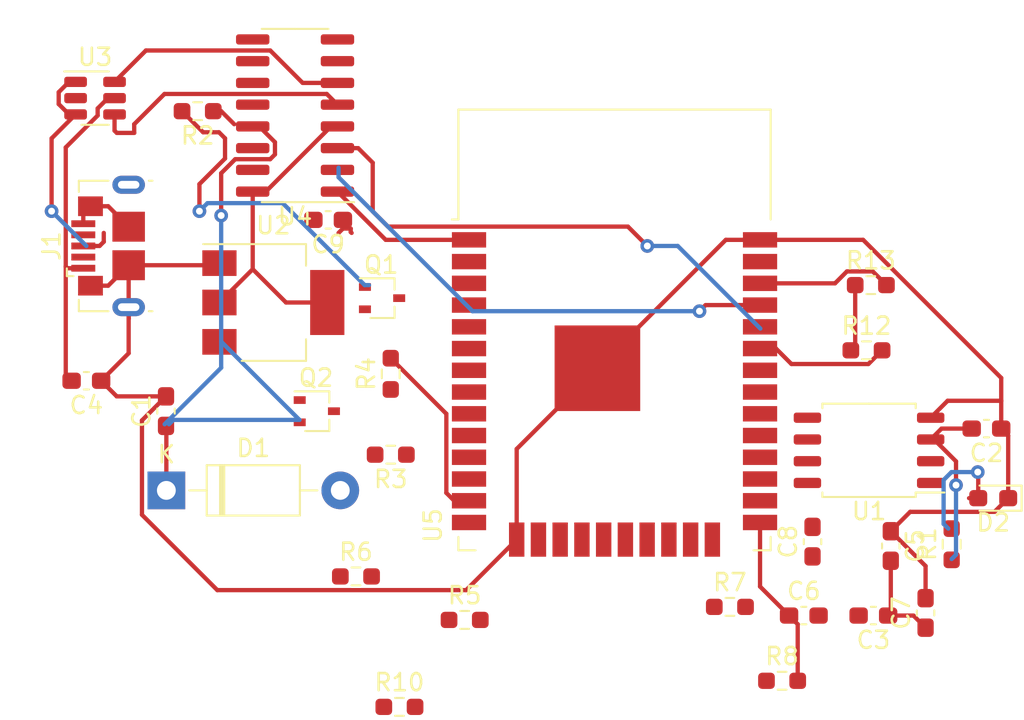
<source format=kicad_pcb>
(kicad_pcb (version 20220308) (generator pcbnew)
  (layers (0 "F.Cu" signal) (31 "B.Cu" signal) (34 "B.Paste" user) (35 "F.Paste" user) (36 "B.SilkS" user "B.Silkscreen") (37 "F.SilkS" user "F.Silkscreen") (38 "B.Mask" user) (39 "F.Mask" user) (44 "Edge.Cuts" user))
  (net 0 "")
  (net 1 "Net-(D1-K)")
  (net 2 "GND")
  (net 3 "+3V3")
  (net 4 "VBUS")
  (net 5 "IO0")
  (net 6 "EN")
  (net 7 "+5V")
  (net 8 "Net-(D2-A)")
  (net 9 "D-_OUT")
  (net 10 "D+_OUT")
  (net 12 "Net-(Q1-B)")
  (net 13 "RST")
  (net 14 "Net-(Q2-B)")
  (net 15 "DTR")
  (net 16 "Net-(J2-Pin_4)")
  (net 17 "MTMS")
  (net 18 "Net-(J2-Pin_3)")
  (net 19 "MTDI")
  (net 20 "Net-(J2-Pin_2)")
  (net 21 "MTCK")
  (net 22 "Net-(J2-Pin_1)")
  (net 23 "MTDO")
  (net 24 "Net-(SW2B-D)")
  (net 25 "Net-(SW3B-D)")
  (net 26 "Net-(R12-Pad1)")
  (net 27 "I2C_SDA1")
  (net 28 "I2C_SCL1")
  (net 29 "SPI_CS")
  (net 30 "SPI_D1")
  (net 31 "SPI_D0")
  (net 32 "SPI_CLK")
  (net 33 "D+_IN")
  (net 34 "D-_IN")
  (net 35 "TXD")
  (net 36 "RXD")
  (net 39 "/TP09")
  (net 40 "/TP10")
  (net 41 "/TP11")
  (net 42 "/TP12")
  (net 43 "RTS")
  (net 44 "/TP8")
  (net 45 "/TP15")
  (net 46 "/TP16")
  (net 47 "/IO34")
  (net 48 "/IO35")
  (net 49 "/IO32")
  (net 50 "/IO33")
  (net 51 "/IO25")
  (net 52 "/IO26")
  (net 53 "/IO27")
  (net 54 "/TP17")
  (net 55 "/TP18")
  (net 56 "/IO02")
  (net 57 "/IO04")
  (net 58 "/IO16")
  (net 59 "/IO17")
  (net 60 "/IO05")
  (net 61 "/IO18")
  (net 62 "/IO19")
  (net 64 "/IO23")
  (footprint "Resistor_SMD:R_0603_1608Metric_Pad0.98x0.95mm_HandSolder" (layer "F.Cu") (at 154.2815 51.308)
    (fp_text reference "R13" (at 0 -1.43) (layer "F.SilkS"))
    (fp_text value "10K")
    (fp_line (start -0.254724 -0.5225) (end 0.254724 -0.5225) (stroke (width 0.12)) (layer "F.SilkS"))
    (fp_line (start -0.254724 0.5225) (end 0.254724 0.5225) (stroke (width 0.12)) (layer "F.SilkS"))
    (pad "1" smd roundrect (at -0.9125 0) (size 0.975 0.95) (layers "F.Cu" "F.Paste" "F.Mask") (net 26 "Net-(R12-Pad1)"))
    (pad "2" smd roundrect (at 0.9125 0) (size 0.975 0.95) (layers "F.Cu" "F.Paste" "F.Mask") (net 28 "I2C_SCL1"))
  )
  (footprint "Capacitor_SMD:C_0603_1608Metric_Pad1.08x0.95mm_HandSolder" (layer "F.Cu") (at 108.458 56.896 180)
    (fp_text reference "C4" (at 0 -1.43) (layer "F.SilkS"))
    (fp_text value "100nF")
    (fp_line (start -0.146267 -0.51) (end 0.146267 -0.51) (stroke (width 0.12)) (layer "F.SilkS"))
    (fp_line (start -0.146267 0.51) (end 0.146267 0.51) (stroke (width 0.12)) (layer "F.SilkS"))
    (pad "1" smd roundrect (at -0.8625 0 180) (size 1.075 0.95) (layers "F.Cu" "F.Paste" "F.Mask") (net 2 "GND"))
    (pad "2" smd roundrect (at 0.8625 0 180) (size 1.075 0.95) (layers "F.Cu" "F.Paste" "F.Mask") (net 4 "VBUS"))
  )
  (footprint "Capacitor_SMD:C_0603_1608Metric_Pad1.08x0.95mm_HandSolder" (layer "F.Cu") (at 122.5815 47.498 180)
    (fp_text reference "C9" (at 0 -1.43) (layer "F.SilkS"))
    (fp_text value "1nF/50V")
    (fp_line (start -0.146267 -0.51) (end 0.146267 -0.51) (stroke (width 0.12)) (layer "F.SilkS"))
    (fp_line (start -0.146267 0.51) (end 0.146267 0.51) (stroke (width 0.12)) (layer "F.SilkS"))
    (pad "1" smd roundrect (at -0.8625 0 180) (size 1.075 0.95) (layers "F.Cu" "F.Paste" "F.Mask") (net 6 "EN"))
    (pad "2" smd roundrect (at 0.8625 0 180) (size 1.075 0.95) (layers "F.Cu" "F.Paste" "F.Mask") (net 2 "GND"))
  )
  (footprint "Capacitor_SMD:C_0603_1608Metric_Pad1.08x0.95mm_HandSolder" (layer "F.Cu") (at 154.432 70.612 180)
    (fp_text reference "C3" (at 0 -1.43) (layer "F.SilkS"))
    (fp_text value "10uF")
    (fp_line (start -0.146267 -0.51) (end 0.146267 -0.51) (stroke (width 0.12)) (layer "F.SilkS"))
    (fp_line (start -0.146267 0.51) (end 0.146267 0.51) (stroke (width 0.12)) (layer "F.SilkS"))
    (pad "1" smd roundrect (at -0.8625 0 180) (size 1.075 0.95) (layers "F.Cu" "F.Paste" "F.Mask") (net 3 "+3V3"))
    (pad "2" smd roundrect (at 0.8625 0 180) (size 1.075 0.95) (layers "F.Cu" "F.Paste" "F.Mask") (net 2 "GND"))
  )
  (footprint "RF_Module:ESP32-WROOM-32" (layer "F.Cu") (at 139.31 56.92)
    (fp_text reference "U5" (at -10.61 8.43 90) (layer "F.SilkS"))
    (fp_text value "ESP32-WROOM-32")
    (fp_line (start -9.12 -15.865) (end -9.12 -9.445) (stroke (width 0.12)) (layer "F.SilkS"))
    (fp_line (start -9.12 -15.865) (end 9.12 -15.865) (stroke (width 0.12)) (layer "F.SilkS"))
    (fp_line (start -9.12 -9.445) (end -9.5 -9.445) (stroke (width 0.12)) (layer "F.SilkS"))
    (fp_line (start -9.12 9.1) (end -9.12 9.88) (stroke (width 0.12)) (layer "F.SilkS"))
    (fp_line (start -9.12 9.88) (end -8.12 9.88) (stroke (width 0.12)) (layer "F.SilkS"))
    (fp_line (start 9.12 -15.865) (end 9.12 -9.445) (stroke (width 0.12)) (layer "F.SilkS"))
    (fp_line (start 9.12 9.1) (end 9.12 9.88) (stroke (width 0.12)) (layer "F.SilkS"))
    (fp_line (start 9.12 9.88) (end 8.12 9.88) (stroke (width 0.12)) (layer "F.SilkS"))
    (pad "1" smd rect (at -8.5 -8.255) (size 2 0.9) (layers "F.Cu" "F.Paste" "F.Mask") (net 2 "GND"))
    (pad "2" smd rect (at -8.5 -6.985) (size 2 0.9) (layers "F.Cu" "F.Paste" "F.Mask") (net 3 "+3V3"))
    (pad "3" smd rect (at -8.5 -5.715) (size 2 0.9) (layers "F.Cu" "F.Paste" "F.Mask") (net 6 "EN"))
    (pad "4" smd rect (at -8.5 -4.445) (size 2 0.9) (layers "F.Cu" "F.Paste" "F.Mask") (net 45 "/TP15"))
    (pad "5" smd rect (at -8.5 -3.175) (size 2 0.9) (layers "F.Cu" "F.Paste" "F.Mask") (net 46 "/TP16"))
    (pad "6" smd rect (at -8.5 -1.905) (size 2 0.9) (layers "F.Cu" "F.Paste" "F.Mask") (net 47 "/IO34"))
    (pad "7" smd rect (at -8.5 -0.635) (size 2 0.9) (layers "F.Cu" "F.Paste" "F.Mask") (net 48 "/IO35"))
    (pad "8" smd rect (at -8.5 0.635) (size 2 0.9) (layers "F.Cu" "F.Paste" "F.Mask") (net 49 "/IO32"))
    (pad "9" smd rect (at -8.5 1.905) (size 2 0.9) (layers "F.Cu" "F.Paste" "F.Mask") (net 50 "/IO33"))
    (pad "10" smd rect (at -8.5 3.175) (size 2 0.9) (layers "F.Cu" "F.Paste" "F.Mask") (net 51 "/IO25"))
    (pad "11" smd rect (at -8.5 4.445) (size 2 0.9) (layers "F.Cu" "F.Paste" "F.Mask") (net 52 "/IO26"))
    (pad "12" smd rect (at -8.5 5.715) (size 2 0.9) (layers "F.Cu" "F.Paste" "F.Mask") (net 53 "/IO27"))
    (pad "13" smd rect (at -8.5 6.985) (size 2 0.9) (layers "F.Cu" "F.Paste" "F.Mask") (net 17 "MTMS"))
    (pad "14" smd rect (at -8.5 8.255) (size 2 0.9) (layers "F.Cu" "F.Paste" "F.Mask") (net 19 "MTDI"))
    (pad "15" smd rect (at -5.715 9.255 90) (size 2 0.9) (layers "F.Cu" "F.Paste" "F.Mask") (net 2 "GND"))
    (pad "16" smd rect (at -4.445 9.255 90) (size 2 0.9) (layers "F.Cu" "F.Paste" "F.Mask") (net 21 "MTCK"))
    (pad "17" smd rect (at -3.175 9.255 90) (size 2 0.9) (layers "F.Cu" "F.Paste" "F.Mask") (net 54 "/TP17"))
    (pad "18" smd rect (at -1.905 9.255 90) (size 2 0.9) (layers "F.Cu" "F.Paste" "F.Mask") (net 55 "/TP18"))
    (pad "19" smd rect (at -0.635 9.255 90) (size 2 0.9) (layers "F.Cu" "F.Paste" "F.Mask") (net 29 "SPI_CS"))
    (pad "20" smd rect (at 0.635 9.255 90) (size 2 0.9) (layers "F.Cu" "F.Paste" "F.Mask") (net 32 "SPI_CLK"))
    (pad "21" smd rect (at 1.905 9.255 90) (size 2 0.9) (layers "F.Cu" "F.Paste" "F.Mask") (net 31 "SPI_D0"))
    (pad "22" smd rect (at 3.175 9.255 90) (size 2 0.9) (layers "F.Cu" "F.Paste" "F.Mask") (net 30 "SPI_D1"))
    (pad "23" smd rect (at 4.445 9.255 90) (size 2 0.9) (layers "F.Cu" "F.Paste" "F.Mask") (net 23 "MTDO"))
    (pad "24" smd rect (at 5.715 9.255 90) (size 2 0.9) (layers "F.Cu" "F.Paste" "F.Mask") (net 56 "/IO02"))
    (pad "25" smd rect (at 8.5 8.255) (size 2 0.9) (layers "F.Cu" "F.Paste" "F.Mask") (net 5 "IO0"))
    (pad "26" smd rect (at 8.5 6.985) (size 2 0.9) (layers "F.Cu" "F.Paste" "F.Mask") (net 57 "/IO04"))
    (pad "27" smd rect (at 8.5 5.715) (size 2 0.9) (layers "F.Cu" "F.Paste" "F.Mask") (net 58 "/IO16"))
    (pad "28" smd rect (at 8.5 4.445) (size 2 0.9) (layers "F.Cu" "F.Paste" "F.Mask") (net 59 "/IO17"))
    (pad "29" smd rect (at 8.5 3.175) (size 2 0.9) (layers "F.Cu" "F.Paste" "F.Mask") (net 60 "/IO05"))
    (pad "30" smd rect (at 8.5 1.905) (size 2 0.9) (layers "F.Cu" "F.Paste" "F.Mask") (net 61 "/IO18"))
    (pad "31" smd rect (at 8.5 0.635) (size 2 0.9) (layers "F.Cu" "F.Paste" "F.Mask") (net 62 "/IO19"))
    (pad "32" smd rect (at 8.5 -0.635) (size 2 0.9) (layers "F.Cu" "F.Paste" "F.Mask"))
    (pad "33" smd rect (at 8.5 -1.905) (size 2 0.9) (layers "F.Cu" "F.Paste" "F.Mask") (net 27 "I2C_SDA1"))
    (pad "34" smd rect (at 8.5 -3.175) (size 2 0.9) (layers "F.Cu" "F.Paste" "F.Mask") (net 36 "RXD"))
    (pad "35" smd rect (at 8.5 -4.445) (size 2 0.9) (layers "F.Cu" "F.Paste" "F.Mask") (net 35 "TXD"))
    (pad "36" smd rect (at 8.5 -5.715) (size 2 0.9) (layers "F.Cu" "F.Paste" "F.Mask") (net 28 "I2C_SCL1"))
    (pad "37" smd rect (at 8.5 -6.985) (size 2 0.9) (layers "F.Cu" "F.Paste" "F.Mask") (net 64 "/IO23"))
    (pad "38" smd rect (at 8.5 -8.255) (size 2 0.9) (layers "F.Cu" "F.Paste" "F.Mask") (net 2 "GND"))
    (pad "39" smd rect (at -1 -0.755) (size 5 5) (layers "F.Cu" "F.Paste" "F.Mask") (net 2 "GND"))
  )
  (footprint "Connector_USB:USB_Micro-B_GCT_USB3076-30-A" (layer "F.Cu") (at 109.728 49.022 90)
    (fp_text reference "J1" (at 0 -3.3 90) (layer "F.SilkS"))
    (fp_text value "USB_B_Micro")
    (fp_line (start -3.81 -1.71) (end -3.15 -1.71) (stroke (width 0.12)) (layer "F.SilkS"))
    (fp_line (start -3.81 0.02) (end -3.81 -1.71) (stroke (width 0.12)) (layer "F.SilkS"))
    (fp_line (start -3.81 2.59) (end -3.81 2.38) (stroke (width 0.12)) (layer "F.SilkS"))
    (fp_line (start -1.76 -2.41) (end -1.76 -2.02) (stroke (width 0.12)) (layer "F.SilkS"))
    (fp_line (start -1.76 -2.41) (end -1.31 -2.41) (stroke (width 0.12)) (layer "F.SilkS"))
    (fp_line (start 3.81 -1.71) (end 3.16 -1.71) (stroke (width 0.12)) (layer "F.SilkS"))
    (fp_line (start 3.81 0.02) (end 3.81 -1.71) (stroke (width 0.12)) (layer "F.SilkS"))
    (fp_line (start 3.81 2.59) (end 3.81 2.38) (stroke (width 0.12)) (layer "F.SilkS"))
    (pad "1" smd rect (at -1.3 -1.45 90) (size 0.4 1.4) (layers "F.Cu" "F.Paste" "F.Mask") (net 4 "VBUS"))
    (pad "2" smd rect (at -0.65 -1.45 90) (size 0.4 1.4) (layers "F.Cu" "F.Paste" "F.Mask") (net 9 "D-_OUT"))
    (pad "3" smd rect (at 0 -1.45 90) (size 0.4 1.4) (layers "F.Cu" "F.Paste" "F.Mask") (net 10 "D+_OUT"))
    (pad "4" smd rect (at 0.65 -1.45 90) (size 0.4 1.4) (layers "F.Cu" "F.Paste" "F.Mask"))
    (pad "5" smd rect (at 1.3 -1.45 90) (size 0.4 1.4) (layers "F.Cu" "F.Paste" "F.Mask") (net 2 "GND"))
    (pad "6" thru_hole oval (at -3.575 1.2 270) (size 1.05 1.9) (drill oval 0.45 1.25) (layers *.Cu *.Mask) (net 2 "GND"))
    (pad "6" smd rect (at -2.32 -1.03 90) (size 1.15 1.45) (layers "F.Cu" "F.Paste" "F.Mask") (net 2 "GND"))
    (pad "6" smd rect (at -1.125 1.2 90) (size 1.75 1.9) (layers "F.Cu" "F.Paste" "F.Mask") (net 2 "GND"))
    (pad "6" smd rect (at 1.125 1.2 90) (size 1.75 1.9) (layers "F.Cu" "F.Paste" "F.Mask") (net 2 "GND"))
    (pad "6" smd rect (at 2.32 -1.03 90) (size 1.15 1.45) (layers "F.Cu" "F.Paste" "F.Mask") (net 2 "GND"))
    (pad "6" thru_hole oval (at 3.575 1.2 90) (size 1.05 1.9) (drill oval 0.45 1.25) (layers *.Cu *.Mask) (net 2 "GND"))
  )
  (footprint "Resistor_SMD:R_0603_1608Metric_Pad0.98x0.95mm_HandSolder" (layer "F.Cu") (at 149.098 74.422)
    (fp_text reference "R8" (at 0 -1.43) (layer "F.SilkS"))
    (fp_text value "220")
    (fp_line (start -0.254724 -0.5225) (end 0.254724 -0.5225) (stroke (width 0.12)) (layer "F.SilkS"))
    (fp_line (start -0.254724 0.5225) (end 0.254724 0.5225) (stroke (width 0.12)) (layer "F.SilkS"))
    (pad "1" smd roundrect (at -0.9125 0) (size 0.975 0.95) (layers "F.Cu" "F.Paste" "F.Mask") (net 24 "Net-(SW2B-D)"))
    (pad "2" smd roundrect (at 0.9125 0) (size 0.975 0.95) (layers "F.Cu" "F.Paste" "F.Mask") (net 5 "IO0"))
  )
  (footprint "Resistor_SMD:R_0603_1608Metric_Pad0.98x0.95mm_HandSolder" (layer "F.Cu") (at 124.206 68.326)
    (fp_text reference "R6" (at 0 -1.43) (layer "F.SilkS"))
    (fp_text value "100")
    (fp_line (start -0.254724 -0.5225) (end 0.254724 -0.5225) (stroke (width 0.12)) (layer "F.SilkS"))
    (fp_line (start -0.254724 0.5225) (end 0.254724 0.5225) (stroke (width 0.12)) (layer "F.SilkS"))
    (pad "1" smd roundrect (at -0.9125 0) (size 0.975 0.95) (layers "F.Cu" "F.Paste" "F.Mask") (net 20 "Net-(J2-Pin_2)"))
    (pad "2" smd roundrect (at 0.9125 0) (size 0.975 0.95) (layers "F.Cu" "F.Paste" "F.Mask") (net 21 "MTCK"))
  )
  (footprint "Resistor_SMD:R_0603_1608Metric_Pad0.98x0.95mm_HandSolder" (layer "F.Cu") (at 130.556 70.866)
    (fp_text reference "R5" (at 0 -1.43) (layer "F.SilkS"))
    (fp_text value "100")
    (fp_line (start -0.254724 -0.5225) (end 0.254724 -0.5225) (stroke (width 0.12)) (layer "F.SilkS"))
    (fp_line (start -0.254724 0.5225) (end 0.254724 0.5225) (stroke (width 0.12)) (layer "F.SilkS"))
    (pad "1" smd roundrect (at -0.9125 0) (size 0.975 0.95) (layers "F.Cu" "F.Paste" "F.Mask") (net 18 "Net-(J2-Pin_3)"))
    (pad "2" smd roundrect (at 0.9125 0) (size 0.975 0.95) (layers "F.Cu" "F.Paste" "F.Mask") (net 19 "MTDI"))
  )
  (footprint "Package_SO:SOIC-8_5.23x5.23mm_P1.27mm" (layer "F.Cu") (at 154.178 60.96 180)
    (fp_text reference "U1" (at 0 -3.56) (layer "F.SilkS"))
    (fp_text value "W25Q128JVS")
    (fp_line (start -2.725 -2.725) (end -2.725 -2.465) (stroke (width 0.12)) (layer "F.SilkS"))
    (fp_line (start -2.725 -2.465) (end -4.4 -2.465) (stroke (width 0.12)) (layer "F.SilkS"))
    (fp_line (start -2.725 2.725) (end -2.725 2.465) (stroke (width 0.12)) (layer "F.SilkS"))
    (fp_line (start 0 -2.725) (end -2.725 -2.725) (stroke (width 0.12)) (layer "F.SilkS"))
    (fp_line (start 0 -2.725) (end 2.725 -2.725) (stroke (width 0.12)) (layer "F.SilkS"))
    (fp_line (start 0 2.725) (end -2.725 2.725) (stroke (width 0.12)) (layer "F.SilkS"))
    (fp_line (start 0 2.725) (end 2.725 2.725) (stroke (width 0.12)) (layer "F.SilkS"))
    (fp_line (start 2.725 -2.725) (end 2.725 -2.465) (stroke (width 0.12)) (layer "F.SilkS"))
    (fp_line (start 2.725 2.725) (end 2.725 2.465) (stroke (width 0.12)) (layer "F.SilkS"))
    (pad "1" smd roundrect (at -3.6 -1.905 180) (size 1.6 0.6) (layers "F.Cu" "F.Paste" "F.Mask") (net 29 "SPI_CS"))
    (pad "2" smd roundrect (at -3.6 -0.635 180) (size 1.6 0.6) (layers "F.Cu" "F.Paste" "F.Mask") (net 30 "SPI_D1"))
    (pad "3" smd roundrect (at -3.6 0.635 180) (size 1.6 0.6) (layers "F.Cu" "F.Paste" "F.Mask") (net 3 "+3V3"))
    (pad "4" smd roundrect (at -3.6 1.905 180) (size 1.6 0.6) (layers "F.Cu" "F.Paste" "F.Mask") (net 2 "GND"))
    (pad "5" smd roundrect (at 3.6 1.905 180) (size 1.6 0.6) (layers "F.Cu" "F.Paste" "F.Mask") (net 31 "SPI_D0"))
    (pad "6" smd roundrect (at 3.6 0.635 180) (size 1.6 0.6) (layers "F.Cu" "F.Paste" "F.Mask") (net 32 "SPI_CLK"))
    (pad "7" smd roundrect (at 3.6 -0.635 180) (size 1.6 0.6) (layers "F.Cu" "F.Paste" "F.Mask") (net 3 "+3V3"))
    (pad "8" smd roundrect (at 3.6 -1.905 180) (size 1.6 0.6) (layers "F.Cu" "F.Paste" "F.Mask") (net 3 "+3V3"))
  )
  (footprint "Package_TO_SOT_SMD:SOT-23-6" (layer "F.Cu") (at 108.966 40.386)
    (fp_text reference "U3" (at 0 -2.4) (layer "F.SilkS"))
    (fp_text value "USBLC6-2SC6")
    (fp_line (start 0 -1.56) (end -1.8 -1.56) (stroke (width 0.12)) (layer "F.SilkS"))
    (fp_line (start 0 -1.56) (end 0.8 -1.56) (stroke (width 0.12)) (layer "F.SilkS"))
    (fp_line (start 0 1.56) (end -0.8 1.56) (stroke (width 0.12)) (layer "F.SilkS"))
    (fp_line (start 0 1.56) (end 0.8 1.56) (stroke (width 0.12)) (layer "F.SilkS"))
    (pad "1" smd roundrect (at -1.1375 -0.95) (size 1.325 0.6) (layers "F.Cu" "F.Paste" "F.Mask") (net 10 "D+_OUT"))
    (pad "2" smd roundrect (at -1.1375 0) (size 1.325 0.6) (layers "F.Cu" "F.Paste" "F.Mask") (net 2 "GND"))
    (pad "3" smd roundrect (at -1.1375 0.95) (size 1.325 0.6) (layers "F.Cu" "F.Paste" "F.Mask") (net 10 "D+_OUT"))
    (pad "4" smd roundrect (at 1.1375 0.95) (size 1.325 0.6) (layers "F.Cu" "F.Paste" "F.Mask") (net 33 "D+_IN"))
    (pad "5" smd roundrect (at 1.1375 0) (size 1.325 0.6) (layers "F.Cu" "F.Paste" "F.Mask") (net 4 "VBUS"))
    (pad "6" smd roundrect (at 1.1375 -0.95) (size 1.325 0.6) (layers "F.Cu" "F.Paste" "F.Mask") (net 34 "D-_IN"))
  )
  (footprint "LED_SMD:LED_0603_1608Metric_Pad1.05x0.95mm_HandSolder" (layer "F.Cu") (at 161.431 63.754 180)
    (fp_text reference "D2" (at 0 -1.43) (layer "F.SilkS"))
    (fp_text value "LED")
    (fp_line (start -1.66 -0.735) (end -1.66 0.735) (stroke (width 0.12)) (layer "F.SilkS"))
    (fp_line (start -1.66 0.735) (end 0.8 0.735) (stroke (width 0.12)) (layer "F.SilkS"))
    (fp_line (start 0.8 -0.735) (end -1.66 -0.735) (stroke (width 0.12)) (layer "F.SilkS"))
    (pad "1" smd roundrect (at -0.875 0 180) (size 1.05 0.95) (layers "F.Cu" "F.Paste" "F.Mask") (net 2 "GND"))
    (pad "2" smd roundrect (at 0.875 0 180) (size 1.05 0.95) (layers "F.Cu" "F.Paste" "F.Mask") (net 8 "Net-(D2-A)"))
  )
  (footprint "Capacitor_SMD:C_0603_1608Metric_Pad1.08x0.95mm_HandSolder" (layer "F.Cu") (at 150.876 66.294 90)
    (fp_text reference "C8" (at 0 -1.43 90) (layer "F.SilkS"))
    (fp_text value "100UF")
    (fp_line (start -0.146267 -0.51) (end 0.146267 -0.51) (stroke (width 0.12)) (layer "F.SilkS"))
    (fp_line (start -0.146267 0.51) (end 0.146267 0.51) (stroke (width 0.12)) (layer "F.SilkS"))
    (pad "1" smd roundrect (at -0.8625 0 90) (size 1.075 0.95) (layers "F.Cu" "F.Paste" "F.Mask") (net 3 "+3V3"))
    (pad "2" smd roundrect (at 0.8625 0 90) (size 1.075 0.95) (layers "F.Cu" "F.Paste" "F.Mask") (net 2 "GND"))
  )
  (footprint "Package_TO_SOT_SMD:SOT-223-3_TabPin2" (layer "F.Cu") (at 119.38 52.324)
    (fp_text reference "U2" (at 0 -4.5) (layer "F.SilkS"))
    (fp_text value "AMS1117-3.3")
    (fp_line (start -4.1 -3.41) (end 1.91 -3.41) (stroke (width 0.12)) (layer "F.SilkS"))
    (fp_line (start -1.85 3.41) (end 1.91 3.41) (stroke (width 0.12)) (layer "F.SilkS"))
    (fp_line (start 1.91 -3.41) (end 1.91 -2.15) (stroke (width 0.12)) (layer "F.SilkS"))
    (fp_line (start 1.91 3.41) (end 1.91 2.15) (stroke (width 0.12)) (layer "F.SilkS"))
    (pad "1" smd rect (at -3.15 -2.3) (size 2 1.5) (layers "F.Cu" "F.Paste" "F.Mask") (net 2 "GND"))
    (pad "2" smd rect (at -3.15 0) (size 2 1.5) (layers "F.Cu" "F.Paste" "F.Mask") (net 3 "+3V3"))
    (pad "2" smd rect (at 3.15 0) (size 2 3.8) (layers "F.Cu" "F.Paste" "F.Mask") (net 3 "+3V3"))
    (pad "3" smd rect (at -3.15 2.3) (size 2 1.5) (layers "F.Cu" "F.Paste" "F.Mask") (net 1 "Net-(D1-K)"))
  )
  (footprint "Capacitor_SMD:C_0603_1608Metric_Pad1.08x0.95mm_HandSolder" (layer "F.Cu") (at 155.448 66.548 -90)
    (fp_text reference "C5" (at 0 -1.43 90) (layer "F.SilkS"))
    (fp_text value "0.1uF")
    (fp_line (start -0.146267 -0.51) (end 0.146267 -0.51) (stroke (width 0.12)) (layer "F.SilkS"))
    (fp_line (start -0.146267 0.51) (end 0.146267 0.51) (stroke (width 0.12)) (layer "F.SilkS"))
    (pad "1" smd roundrect (at -0.8625 0 270) (size 1.075 0.95) (layers "F.Cu" "F.Paste" "F.Mask") (net 2 "GND"))
    (pad "2" smd roundrect (at 0.8625 0 270) (size 1.075 0.95) (layers "F.Cu" "F.Paste" "F.Mask") (net 3 "+3V3"))
  )
  (footprint "Package_TO_SOT_SMD:SOT-323_SC-70" (layer "F.Cu") (at 125.73 52.07)
    (fp_text reference "Q1" (at -0.05 -1.95) (layer "F.SilkS"))
    (fp_text value "2SC4213")
    (fp_line (start -0.68 1.16) (end 0.73 1.16) (stroke (width 0.12)) (layer "F.SilkS"))
    (fp_line (start 0.73 -1.16) (end -1.3 -1.16) (stroke (width 0.12)) (layer "F.SilkS"))
    (fp_line (start 0.73 -1.16) (end 0.73 -0.5) (stroke (width 0.12)) (layer "F.SilkS"))
    (fp_line (start 0.73 0.5) (end 0.73 1.16) (stroke (width 0.12)) (layer "F.SilkS"))
    (pad "1" smd rect (at -1 -0.65 270) (size 0.45 0.7) (layers "F.Cu" "F.Paste" "F.Mask") (net 12 "Net-(Q1-B)"))
    (pad "2" smd rect (at -1 0.65 270) (size 0.45 0.7) (layers "F.Cu" "F.Paste" "F.Mask") (net 13 "RST"))
    (pad "3" smd rect (at 1 0 270) (size 0.45 0.7) (layers "F.Cu" "F.Paste" "F.Mask") (net 6 "EN"))
  )
  (footprint "Resistor_SMD:R_0603_1608Metric_Pad0.98x0.95mm_HandSolder" (layer "F.Cu") (at 126.746 75.946)
    (fp_text reference "R10" (at 0 -1.43) (layer "F.SilkS"))
    (fp_text value "220")
    (fp_line (start -0.254724 -0.5225) (end 0.254724 -0.5225) (stroke (width 0.12)) (layer "F.SilkS"))
    (fp_line (start -0.254724 0.5225) (end 0.254724 0.5225) (stroke (width 0.12)) (layer "F.SilkS"))
    (pad "1" smd roundrect (at -0.9125 0) (size 0.975 0.95) (layers "F.Cu" "F.Paste" "F.Mask") (net 25 "Net-(SW3B-D)"))
    (pad "2" smd roundrect (at 0.9125 0) (size 0.975 0.95) (layers "F.Cu" "F.Paste" "F.Mask") (net 6 "EN"))
  )
  (footprint "Package_TO_SOT_SMD:SOT-323_SC-70" (layer "F.Cu") (at 121.92 58.674)
    (fp_text reference "Q2" (at -0.05 -1.95) (layer "F.SilkS"))
    (fp_text value "2SC4213")
    (fp_line (start -0.68 1.16) (end 0.73 1.16) (stroke (width 0.12)) (layer "F.SilkS"))
    (fp_line (start 0.73 -1.16) (end -1.3 -1.16) (stroke (width 0.12)) (layer "F.SilkS"))
    (fp_line (start 0.73 -1.16) (end 0.73 -0.5) (stroke (width 0.12)) (layer "F.SilkS"))
    (fp_line (start 0.73 0.5) (end 0.73 1.16) (stroke (width 0.12)) (layer "F.SilkS"))
    (pad "1" smd rect (at -1 -0.65 270) (size 0.45 0.7) (layers "F.Cu" "F.Paste" "F.Mask") (net 14 "Net-(Q2-B)"))
    (pad "2" smd rect (at -1 0.65 270) (size 0.45 0.7) (layers "F.Cu" "F.Paste" "F.Mask") (net 15 "DTR"))
    (pad "3" smd rect (at 1 0 270) (size 0.45 0.7) (layers "F.Cu" "F.Paste" "F.Mask") (net 5 "IO0"))
  )
  (footprint "Capacitor_SMD:C_0603_1608Metric_Pad1.08x0.95mm_HandSolder" (layer "F.Cu") (at 157.48 70.4585 90)
    (fp_text reference "C7" (at 0 -1.43 90) (layer "F.SilkS"))
    (fp_text value "1UF")
    (fp_line (start -0.146267 -0.51) (end 0.146267 -0.51) (stroke (width 0.12)) (layer "F.SilkS"))
    (fp_line (start -0.146267 0.51) (end 0.146267 0.51) (stroke (width 0.12)) (layer "F.SilkS"))
    (pad "1" smd roundrect (at -0.8625 0 90) (size 1.075 0.95) (layers "F.Cu" "F.Paste" "F.Mask") (net 3 "+3V3"))
    (pad "2" smd roundrect (at 0.8625 0 90) (size 1.075 0.95) (layers "F.Cu" "F.Paste" "F.Mask") (net 2 "GND"))
  )
  (footprint "Resistor_SMD:R_0603_1608Metric_Pad0.98x0.95mm_HandSolder" (layer "F.Cu") (at 126.238 61.214 180)
    (fp_text reference "R3" (at 0 -1.43) (layer "F.SilkS"))
    (fp_text value "12K")
    (fp_line (start -0.254724 -0.5225) (end 0.254724 -0.5225) (stroke (width 0.12)) (layer "F.SilkS"))
    (fp_line (start -0.254724 0.5225) (end 0.254724 0.5225) (stroke (width 0.12)) (layer "F.SilkS"))
    (pad "1" smd roundrect (at -0.9125 0 180) (size 0.975 0.95) (layers "F.Cu" "F.Paste" "F.Mask") (net 13 "RST"))
    (pad "2" smd roundrect (at 0.9125 0 180) (size 0.975 0.95) (layers "F.Cu" "F.Paste" "F.Mask") (net 14 "Net-(Q2-B)"))
  )
  (footprint "Resistor_SMD:R_0603_1608Metric_Pad0.98x0.95mm_HandSolder" (layer "F.Cu") (at 154.0275 55.118)
    (fp_text reference "R12" (at 0 -1.43) (layer "F.SilkS"))
    (fp_text value "10K")
    (fp_line (start -0.254724 -0.5225) (end 0.254724 -0.5225) (stroke (width 0.12)) (layer "F.SilkS"))
    (fp_line (start -0.254724 0.5225) (end 0.254724 0.5225) (stroke (width 0.12)) (layer "F.SilkS"))
    (pad "1" smd roundrect (at -0.9125 0) (size 0.975 0.95) (layers "F.Cu" "F.Paste" "F.Mask") (net 26 "Net-(R12-Pad1)"))
    (pad "2" smd roundrect (at 0.9125 0) (size 0.975 0.95) (layers "F.Cu" "F.Paste" "F.Mask") (net 27 "I2C_SDA1"))
  )
  (footprint "Capacitor_SMD:C_0603_1608Metric_Pad1.08x0.95mm_HandSolder" (layer "F.Cu") (at 113.11 58.67 90)
    (fp_text reference "C1" (at 0 -1.43 90) (layer "F.SilkS"))
    (fp_text value "10uF ")
    (fp_line (start -0.146267 -0.51) (end 0.146267 -0.51) (stroke (width 0.12)) (layer "F.SilkS"))
    (fp_line (start -0.146267 0.51) (end 0.146267 0.51) (stroke (width 0.12)) (layer "F.SilkS"))
    (pad "1" smd roundrect (at -0.8625 0 90) (size 1.075 0.95) (layers "F.Cu" "F.Paste" "F.Mask") (net 1 "Net-(D1-K)"))
    (pad "2" smd roundrect (at 0.8625 0 90) (size 1.075 0.95) (layers "F.Cu" "F.Paste" "F.Mask") (net 2 "GND"))
  )
  (footprint "Capacitor_SMD:C_0603_1608Metric_Pad1.08x0.95mm_HandSolder" (layer "F.Cu") (at 161.036 59.69 180)
    (fp_text reference "C2" (at 0 -1.43) (layer "F.SilkS"))
    (fp_text value "0.1uF")
    (fp_line (start -0.146267 -0.51) (end 0.146267 -0.51) (stroke (width 0.12)) (layer "F.SilkS"))
    (fp_line (start -0.146267 0.51) (end 0.146267 0.51) (stroke (width 0.12)) (layer "F.SilkS"))
    (pad "1" smd roundrect (at -0.8625 0 180) (size 1.075 0.95) (layers "F.Cu" "F.Paste" "F.Mask") (net 2 "GND"))
    (pad "2" smd roundrect (at 0.8625 0 180) (size 1.075 0.95) (layers "F.Cu" "F.Paste" "F.Mask") (net 3 "+3V3"))
  )
  (footprint "Resistor_SMD:R_0603_1608Metric_Pad0.98x0.95mm_HandSolder" (layer "F.Cu") (at 146.05 70.104)
    (fp_text reference "R7" (at 0 -1.43) (layer "F.SilkS"))
    (fp_text value "100")
    (fp_line (start -0.254724 -0.5225) (end 0.254724 -0.5225) (stroke (width 0.12)) (layer "F.SilkS"))
    (fp_line (start -0.254724 0.5225) (end 0.254724 0.5225) (stroke (width 0.12)) (layer "F.SilkS"))
    (pad "1" smd roundrect (at -0.9125 0) (size 0.975 0.95) (layers "F.Cu" "F.Paste" "F.Mask") (net 22 "Net-(J2-Pin_1)"))
    (pad "2" smd roundrect (at 0.9125 0) (size 0.975 0.95) (layers "F.Cu" "F.Paste" "F.Mask") (net 23 "MTDO"))
  )
  (footprint "Package_SO:SOIC-16_3.9x9.9mm_P1.27mm" (layer "F.Cu") (at 120.65 41.402 180)
    (fp_text reference "U4" (at 0 -5.9) (layer "F.SilkS"))
    (fp_text value "CH340G")
    (fp_line (start 0 -5.06) (end -3.45 -5.06) (stroke (width 0.12)) (layer "F.SilkS"))
    (fp_line (start 0 -5.06) (end 1.95 -5.06) (stroke (width 0.12)) (layer "F.SilkS"))
    (fp_line (start 0 5.06) (end -1.95 5.06) (stroke (width 0.12)) (layer "F.SilkS"))
    (fp_line (start 0 5.06) (end 1.95 5.06) (stroke (width 0.12)) (layer "F.SilkS"))
    (pad "1" smd roundrect (at -2.475 -4.445 180) (size 1.95 0.6) (layers "F.Cu" "F.Paste" "F.Mask") (net 2 "GND"))
    (pad "2" smd roundrect (at -2.475 -3.175 180) (size 1.95 0.6) (layers "F.Cu" "F.Paste" "F.Mask") (net 35 "TXD"))
    (pad "3" smd roundrect (at -2.475 -1.905 180) (size 1.95 0.6) (layers "F.Cu" "F.Paste" "F.Mask") (net 36 "RXD"))
    (pad "4" smd roundrect (at -2.475 -0.635 180) (size 1.95 0.6) (layers "F.Cu" "F.Paste" "F.Mask") (net 3 "+3V3"))
    (pad "5" smd roundrect (at -2.475 0.635 180) (size 1.95 0.6) (layers "F.Cu" "F.Paste" "F.Mask") (net 33 "D+_IN"))
    (pad "6" smd roundrect (at -2.475 1.905 180) (size 1.95 0.6) (layers "F.Cu" "F.Paste" "F.Mask") (net 34 "D-_IN"))
    (pad "7" smd roundrect (at -2.475 3.175 180) (size 1.95 0.6) (layers "F.Cu" "F.Paste" "F.Mask"))
    (pad "8" smd roundrect (at -2.475 4.445 180) (size 1.95 0.6) (layers "F.Cu" "F.Paste" "F.Mask"))
    (pad "9" smd roundrect (at 2.475 4.445 180) (size 1.95 0.6) (layers "F.Cu" "F.Paste" "F.Mask") (net 39 "/TP09"))
    (pad "10" smd roundrect (at 2.475 3.175 180) (size 1.95 0.6) (layers "F.Cu" "F.Paste" "F.Mask") (net 40 "/TP10"))
    (pad "11" smd roundrect (at 2.475 1.905 180) (size 1.95 0.6) (layers "F.Cu" "F.Paste" "F.Mask") (net 41 "/TP11"))
    (pad "12" smd roundrect (at 2.475 0.635 180) (size 1.95 0.6) (layers "F.Cu" "F.Paste" "F.Mask") (net 42 "/TP12"))
    (pad "13" smd roundrect (at 2.475 -0.635 180) (size 1.95 0.6) (layers "F.Cu" "F.Paste" "F.Mask") (net 15 "DTR"))
    (pad "14" smd roundrect (at 2.475 -1.905 180) (size 1.95 0.6) (layers "F.Cu" "F.Paste" "F.Mask") (net 43 "RTS"))
    (pad "15" smd roundrect (at 2.475 -3.175 180) (size 1.95 0.6) (layers "F.Cu" "F.Paste" "F.Mask") (net 44 "/TP8"))
    (pad "16" smd roundrect (at 2.475 -4.445 180) (size 1.95 0.6) (layers "F.Cu" "F.Paste" "F.Mask") (net 3 "+3V3"))
  )
  (footprint "Resistor_SMD:R_0603_1608Metric_Pad0.98x0.95mm_HandSolder" (layer "F.Cu") (at 114.9585 41.148 180)
    (fp_text reference "R2" (at 0 -1.43) (layer "F.SilkS"))
    (fp_text value "12K")
    (fp_line (start -0.254724 -0.5225) (end 0.254724 -0.5225) (stroke (width 0.12)) (layer "F.SilkS"))
    (fp_line (start -0.254724 0.5225) (end 0.254724 0.5225) (stroke (width 0.12)) (layer "F.SilkS"))
    (pad "1" smd roundrect (at -0.9125 0 180) (size 0.975 0.95) (layers "F.Cu" "F.Paste" "F.Mask") (net 15 "DTR"))
    (pad "2" smd roundrect (at 0.9125 0 180) (size 0.975 0.95) (layers "F.Cu" "F.Paste" "F.Mask") (net 12 "Net-(Q1-B)"))
  )
  (footprint "Resistor_SMD:R_0603_1608Metric_Pad0.98x0.95mm_HandSolder" (layer "F.Cu") (at 159.004 66.4445 90)
    (fp_text reference "R1" (at 0 -1.43 90) (layer "F.SilkS"))
    (fp_text value "10K")
    (fp_line (start -0.254724 -0.5225) (end 0.254724 -0.5225) (stroke (width 0.12)) (layer "F.SilkS"))
    (fp_line (start -0.254724 0.5225) (end 0.254724 0.5225) (stroke (width 0.12)) (layer "F.SilkS"))
    (pad "1" smd roundrect (at -0.9125 0 90) (size 0.975 0.95) (layers "F.Cu" "F.Paste" "F.Mask") (net 3 "+3V3"))
    (pad "2" smd roundrect (at 0.9125 0 90) (size 0.975 0.95) (layers "F.Cu" "F.Paste" "F.Mask") (net 8 "Net-(D2-A)"))
  )
  (footprint "Resistor_SMD:R_0603_1608Metric_Pad0.98x0.95mm_HandSolder" (layer "F.Cu") (at 126.238 56.4915 90)
    (fp_text reference "R4" (at 0 -1.43 90) (layer "F.SilkS"))
    (fp_text value "100")
    (fp_line (start -0.254724 -0.5225) (end 0.254724 -0.5225) (stroke (width 0.12)) (layer "F.SilkS"))
    (fp_line (start -0.254724 0.5225) (end 0.254724 0.5225) (stroke (width 0.12)) (layer "F.SilkS"))
    (pad "1" smd roundrect (at -0.9125 0 90) (size 0.975 0.95) (layers "F.Cu" "F.Paste" "F.Mask") (net 16 "Net-(J2-Pin_4)"))
    (pad "2" smd roundrect (at 0.9125 0 90) (size 0.975 0.95) (layers "F.Cu" "F.Paste" "F.Mask") (net 17 "MTMS"))
  )
  (footprint "Capacitor_SMD:C_0603_1608Metric_Pad1.08x0.95mm_HandSolder" (layer "F.Cu") (at 150.368 70.612)
    (fp_text reference "C6" (at 0 -1.43) (layer "F.SilkS"))
    (fp_text value "1nF/50V")
    (fp_line (start -0.146267 -0.51) (end 0.146267 -0.51) (stroke (width 0.12)) (layer "F.SilkS"))
    (fp_line (start -0.146267 0.51) (end 0.146267 0.51) (stroke (width 0.12)) (layer "F.SilkS"))
    (pad "1" smd roundrect (at -0.8625 0) (size 1.075 0.95) (layers "F.Cu" "F.Paste" "F.Mask") (net 5 "IO0"))
    (pad "2" smd roundrect (at 0.8625 0) (size 1.075 0.95) (layers "F.Cu" "F.Paste" "F.Mask") (net 2 "GND"))
  )
  (footprint "Diode_THT:D_DO-41_SOD81_P10.16mm_Horizontal" (layer "F.Cu") (at 113.13 63.3)
    (fp_text reference "D1" (at 5.08 -2.47) (layer "F.SilkS"))
    (fp_text value "1N5819")
    (fp_text user "K" (at 0 -2.1) (layer "F.SilkS"))
    (fp_line (start 1.34 0) (end 2.36 0) (stroke (width 0.12)) (layer "F.SilkS"))
    (fp_line (start 2.36 -1.47) (end 2.36 1.47) (stroke (width 0.12)) (layer "F.SilkS"))
    (fp_line (start 2.36 1.47) (end 7.8 1.47) (stroke (width 0.12)) (layer "F.SilkS"))
    (fp_line (start 3.14 -1.47) (end 3.14 1.47) (stroke (width 0.12)) (layer "F.SilkS"))
    (fp_line (start 3.26 -1.47) (end 3.26 1.47) (stroke (width 0.12)) (layer "F.SilkS"))
    (fp_line (start 3.38 -1.47) (end 3.38 1.47) (stroke (width 0.12)) (layer "F.SilkS"))
    (fp_line (start 7.8 -1.47) (end 2.36 -1.47) (stroke (width 0.12)) (layer "F.SilkS"))
    (fp_line (start 7.8 1.47) (end 7.8 -1.47) (stroke (width 0.12)) (layer "F.SilkS"))
    (fp_line (start 8.82 0) (end 7.8 0) (stroke (width 0.12)) (layer "F.SilkS"))
    (pad "1" thru_hole rect (at 0 0) (size 2.2 2.2) (drill 1.1) (layers *.Cu *.Mask) (net 1 "Net-(D1-K)"))
    (pad "2" thru_hole oval (at 10.16 0) (size 2.2 2.2) (drill 1.1) (layers *.Cu *.Mask) (net 7 "+5V"))
  )
  (segment (start 113.13 59.5525) (end 113.13 63.3) (width 0.25) (layer "F.Cu") (net 1))
  (segment (start 113.11 59.5325) (end 113.13 59.5525) (width 0.25) (layer "F.Cu") (net 1))
  (segment (start 109.3205 56.896) (end 110.928 55.2885) (width 0.25) (layer "F.Cu") (net 2))
  (segment (start 161.8985 59.69) (end 161.8985 58.0655) (width 0.25) (layer "F.Cu") (net 2))
  (segment (start 108.278 47.122) (end 108.698 46.702) (width 0.25) (layer "F.Cu") (net 2))
  (segment (start 110.928 47.897) (end 109.733 46.702) (width 0.25) (layer "F.Cu") (net 2))
  (segment (start 157.48 67.7175) (end 155.448 65.6855) (width 0.25) (layer "F.Cu") (net 2))
  (segment (start 110.928 53.27) (end 110.928 50.147) (width 0.25) (layer "F.Cu") (net 2))
  (segment (start 145.81 48.665) (end 138.31 56.165) (width 0.25) (layer "F.Cu") (net 2))
  (segment (start 157.778 59.055) (end 158.7675 58.0655) (width 0.25) (layer "F.Cu") (net 2))
  (segment (start 133.595 66.175) (end 133.595 60.88) (width 0.25) (layer "F.Cu") (net 2))
  (segment (start 156.57998 64.55352) (end 155.448 65.6855) (width 0.25) (layer "F.Cu") (net 2))
  (segment (start 113.11 57.8075) (end 110.232 57.8075) (width 0.25) (layer "F.Cu") (net 2))
  (segment (start 157.48 69.596) (end 157.48 67.7175) (width 0.25) (layer "F.Cu") (net 2))
  (segment (start 125.943 48.665) (end 123.125 45.847) (width 0.25) (layer "F.Cu") (net 2))
  (segment (start 111.705489 59.212011) (end 113.11 57.8075) (width 0.25) (layer "F.Cu") (net 2))
  (segment (start 162.306 63.754) (end 161.50648 64.55352) (width 0.25) (layer "F.Cu") (net 2))
  (segment (start 111.705489 64.724511) (end 111.705489 59.212011) (width 0.25) (layer "F.Cu") (net 2))
  (segment (start 161.8985 56.730184) (end 153.833316 48.665) (width 0.25) (layer "F.Cu") (net 2))
  (segment (start 153.833316 48.665) (end 147.81 48.665) (width 0.25) (layer "F.Cu") (net 2))
  (segment (start 133.595 66.175) (end 130.64448 69.12552) (width 0.25) (layer "F.Cu") (net 2))
  (segment (start 130.64448 69.12552) (end 116.106498 69.12552) (width 0.25) (layer "F.Cu") (net 2))
  (segment (start 109.733 51.342) (end 110.928 50.147) (width 0.25) (layer "F.Cu") (net 2))
  (segment (start 108.278 47.722) (end 108.278 47.122) (width 0.25) (layer "F.Cu") (net 2))
  (segment (start 116.107 50.147) (end 116.23 50.024) (width 0.25) (layer "F.Cu") (net 2))
  (segment (start 109.733 46.702) (end 108.698 46.702) (width 0.25) (layer "F.Cu") (net 2))
  (segment (start 158.7675 58.0655) (end 161.8985 58.0655) (width 0.25) (layer "F.Cu") (net 2))
  (segment (start 110.232 57.8075) (end 109.3205 56.896) (width 0.25) (layer "F.Cu") (net 2))
  (segment (start 130.81 48.665) (end 125.943 48.665) (width 0.25) (layer "F.Cu") (net 2))
  (segment (start 162.306 60.0975) (end 161.8985 59.69) (width 0.25) (layer "F.Cu") (net 2))
  (segment (start 110.928 50.147) (end 116.107 50.147) (width 0.25) (layer "F.Cu") (net 2))
  (segment (start 110.928 55.2885) (end 110.928 53.27) (width 0.25) (layer "F.Cu") (net 2))
  (segment (start 161.8985 58.0655) (end 161.8985 56.730184) (width 0.25) (layer "F.Cu") (net 2))
  (segment (start 110.928 53.27) (end 110.928 52.597) (width 0.25) (layer "F.Cu") (net 2))
  (segment (start 108.698 51.342) (end 109.733 51.342) (width 0.25) (layer "F.Cu") (net 2))
  (segment (start 161.50648 64.55352) (end 156.57998 64.55352) (width 0.25) (layer "F.Cu") (net 2))
  (segment (start 133.595 60.88) (end 138.31 56.165) (width 0.25) (layer "F.Cu") (net 2))
  (segment (start 162.306 63.754) (end 162.306 60.0975) (width 0.25) (layer "F.Cu") (net 2))
  (segment (start 147.81 48.665) (end 145.81 48.665) (width 0.25) (layer "F.Cu") (net 2))
  (segment (start 116.106498 69.12552) (end 111.705489 64.724511) (width 0.25) (layer "F.Cu") (net 2))
  (segment (start 118.175 50.379) (end 120.12 52.324) (width 0.25) (layer "F.Cu") (net 3))
  (segment (start 155.2945 70.612) (end 156.771 70.612) (width 0.25) (layer "F.Cu") (net 3))
  (segment (start 157.979072 60.325) (end 159.258 61.603928) (width 0.25) (layer "F.Cu") (net 3))
  (segment (start 156.771 70.612) (end 157.48 71.321) (width 0.25) (layer "F.Cu") (net 3))
  (segment (start 160.1735 59.69) (end 158.413 59.69) (width 0.25) (layer "F.Cu") (net 3))
  (segment (start 157.778 60.325) (end 157.979072 60.325) (width 0.25) (layer "F.Cu") (net 3))
  (segment (start 155.448 70.4585) (end 155.2945 70.612) (width 0.25) (layer "F.Cu") (net 3))
  (segment (start 120.12 52.324) (end 122.53 52.324) (width 0.25) (layer "F.Cu") (net 3))
  (segment (start 118.175 45.847) (end 118.938928 45.847) (width 0.25) (layer "F.Cu") (net 3))
  (segment (start 155.448 67.4105) (end 155.448 70.4585) (width 0.25) (layer "F.Cu") (net 3))
  (segment (start 158.413 59.69) (end 157.778 60.325) (width 0.25) (layer "F.Cu") (net 3))
  (segment (start 116.23 52.324) (end 118.175 50.379) (width 0.25) (layer "F.Cu") (net 3))
  (segment (start 118.175 50.379) (end 118.175 45.847) (width 0.25) (layer "F.Cu") (net 3))
  (segment (start 159.258 61.603928) (end 159.258 62.992) (width 0.25) (layer "F.Cu") (net 3))
  (segment (start 122.748928 42.037) (end 123.125 42.037) (width 0.25) (layer "F.Cu") (net 3))
  (segment (start 118.938928 45.847) (end 122.748928 42.037) (width 0.25) (layer "F.Cu") (net 3))
  (via (at 159.258 62.992) (size 0.8) (drill 0.4) (layers "F.Cu" "B.Cu") (net 3))
  (segment (start 159.258 62.992) (end 159.258 67.056) (width 0.25) (layer "B.Cu") (net 3))
  (segment (start 159.258 67.056) (end 159.004 67.31) (width 0.25) (layer "B.Cu") (net 3))
  (segment (start 107.253489 56.553989) (end 107.253489 50.226511) (width 0.25) (layer "F.Cu") (net 4))
  (segment (start 109.11648 41.402) (end 109.11648 40.989448) (width 0.25) (layer "F.Cu") (net 4))
  (segment (start 107.5955 56.896) (end 107.253489 56.553989) (width 0.25) (layer "F.Cu") (net 4))
  (segment (start 108.278 50.322) (end 107.348978 50.322) (width 0.25) (layer "F.Cu") (net 4))
  (segment (start 107.253489 50.226511) (end 107.253489 43.264991) (width 0.25) (layer "F.Cu") (net 4))
  (segment (start 109.11648 40.989448) (end 109.719928 40.386) (width 0.25) (layer "F.Cu") (net 4))
  (segment (start 107.348978 50.322) (end 107.253489 50.226511) (width 0.25) (layer "F.Cu") (net 4))
  (segment (start 109.719928 40.386) (end 110.1035 40.386) (width 0.25) (layer "F.Cu") (net 4))
  (segment (start 107.253489 43.264991) (end 109.11648 41.402) (width 0.25) (layer "F.Cu") (net 4))
  (segment (start 149.5055 70.612) (end 147.81 68.9165) (width 0.25) (layer "F.Cu") (net 5))
  (segment (start 147.81 68.9165) (end 147.81 65.175) (width 0.25) (layer "F.Cu") (net 5))
  (segment (start 150.0105 71.117) (end 149.5055 70.612) (width 0.25) (layer "F.Cu") (net 5))
  (segment (start 150.0105 74.422) (end 150.0105 71.117) (width 0.25) (layer "F.Cu") (net 5))
  (segment (start 123.899 48.207) (end 123.952 48.26) (width 0.25) (layer "F.Cu") (net 6))
  (segment (start 123.444 48.006) (end 123.19 48.26) (width 0.25) (layer "F.Cu") (net 6))
  (segment (start 123.899 48.006) (end 123.444 48.006) (width 0.25) (layer "F.Cu") (net 6))
  (segment (start 123.899 48.006) (end 123.899 48.207) (width 0.25) (layer "F.Cu") (net 6))
  (segment (start 160.556 63.754) (end 160.556 62.258) (width 0.25) (layer "F.Cu") (net 8))
  (segment (start 160.556 62.258) (end 160.528 62.23) (width 0.25) (layer "F.Cu") (net 8))
  (segment (start 160.556 63.754) (end 160.02 63.754) (width 0.25) (layer "F.Cu") (net 8))
  (via (at 160.528 62.23) (size 0.8) (drill 0.4) (layers "F.Cu" "B.Cu") (net 8))
  (segment (start 160.528 62.23) (end 158.995386 62.23) (width 0.25) (layer "B.Cu") (net 8))
  (segment (start 158.995386 62.23) (end 158.533489 62.691897) (width 0.25) (layer "B.Cu") (net 8))
  (segment (start 158.533489 62.691897) (end 158.533489 65.257009) (width 0.25) (layer "B.Cu") (net 8))
  (segment (start 158.533489 65.257009) (end 158.80848 65.532) (width 0.25) (layer "B.Cu") (net 8))
  (segment (start 106.426 42.7385) (end 106.426 46.99) (width 0.25) (layer "F.Cu") (net 10))
  (segment (start 108.278 49.022) (end 109.228 49.022) (width 0.25) (layer "F.Cu") (net 10))
  (segment (start 107.444928 39.436) (end 106.84148 40.039448) (width 0.25) (layer "F.Cu") (net 10))
  (segment (start 107.8285 39.436) (end 107.444928 39.436) (width 0.25) (layer "F.Cu") (net 10))
  (segment (start 109.228 49.022) (end 109.474 48.776) (width 0.25) (layer "F.Cu") (net 10))
  (segment (start 107.8285 41.336) (end 106.426 42.7385) (width 0.25) (layer "F.Cu") (net 10))
  (segment (start 107.444928 41.336) (end 107.8285 41.336) (width 0.25) (layer "F.Cu") (net 10))
  (segment (start 106.84148 40.732552) (end 107.444928 41.336) (width 0.25) (layer "F.Cu") (net 10))
  (segment (start 106.84148 40.039448) (end 106.84148 40.732552) (width 0.25) (layer "F.Cu") (net 10))
  (segment (start 109.474 48.776) (end 109.474 48.26) (width 0.25) (layer "F.Cu") (net 10))
  (via (at 106.426 46.99) (size 0.8) (drill 0.4) (layers "F.Cu" "B.Cu") (net 10))
  (segment (start 106.426 46.99) (end 108.458 49.022) (width 0.25) (layer "B.Cu") (net 10))
  (segment (start 114.046 41.148) (end 115.27848 42.38048) (width 0.25) (layer "F.Cu") (net 12))
  (segment (start 116.557104 43.913106) (end 115.062 45.40821) (width 0.25) (layer "F.Cu") (net 12))
  (segment (start 116.203296 42.38048) (end 116.557104 42.734288) (width 0.25) (layer "F.Cu") (net 12))
  (segment (start 115.27848 42.38048) (end 116.203296 42.38048) (width 0.25) (layer "F.Cu") (net 12))
  (segment (start 115.062 45.40821) (end 115.062 46.99) (width 0.25) (layer "F.Cu") (net 12))
  (segment (start 116.557104 42.734288) (end 116.557104 43.913106) (width 0.25) (layer "F.Cu") (net 12))
  (via (at 115.062 46.99) (size 0.8) (drill 0.4) (layers "F.Cu" "B.Cu") (net 12))
  (segment (start 115.062 46.99) (end 115.532511 46.519489) (width 0.25) (layer "B.Cu") (net 12))
  (segment (start 115.532511 46.519489) (end 119.925489 46.519489) (width 0.25) (layer "B.Cu") (net 12))
  (segment (start 124.968 51.308) (end 124.714 51.308) (width 0.25) (layer "B.Cu") (net 12))
  (segment (start 119.925489 46.519489) (end 124.714 51.308) (width 0.25) (layer "B.Cu") (net 12))
  (segment (start 119.47452 42.960448) (end 119.47452 43.674512) (width 0.25) (layer "F.Cu") (net 15))
  (segment (start 116.332 47.244) (end 116.332 47.498) (width 0.25) (layer "F.Cu") (net 15))
  (segment (start 116.332 41.148) (end 117.094 41.91) (width 0.25) (layer "F.Cu") (net 15))
  (segment (start 115.871 41.148) (end 116.332 41.148) (width 0.25) (layer "F.Cu") (net 15))
  (segment (start 119.47452 43.674512) (end 119.196552 43.95248) (width 0.25) (layer "F.Cu") (net 15))
  (segment (start 118.551072 42.037) (end 119.47452 42.960448) (width 0.25) (layer "F.Cu") (net 15))
  (segment (start 116.332 44.773928) (end 116.332 47.244) (width 0.25) (layer "F.Cu") (net 15))
  (segment (start 118.175 42.037) (end 118.551072 42.037) (width 0.25) (layer "F.Cu") (net 15))
  (segment (start 117.153448 43.95248) (end 116.332 44.773928) (width 0.25) (layer "F.Cu") (net 15))
  (segment (start 119.196552 43.95248) (end 117.153448 43.95248) (width 0.25) (layer "F.Cu") (net 15))
  (via (at 116.332 47.244) (size 0.8) (drill 0.4) (layers "F.Cu" "B.Cu") (net 15))
  (segment (start 120.904 59.182) (end 113.538 59.182) (width 0.25) (layer "B.Cu") (net 15))
  (segment (start 116.332 47.244) (end 116.332 54.61) (width 0.25) (layer "B.Cu") (net 15))
  (segment (start 116.332 56.134) (end 113.03 59.436) (width 0.25) (layer "B.Cu") (net 15))
  (segment (start 116.332 54.61) (end 120.904 59.182) (width 0.25) (layer "B.Cu") (net 15))
  (segment (start 113.538 59.182) (end 113.284 59.436) (width 0.25) (layer "B.Cu") (net 15))
  (segment (start 116.332 54.61) (end 116.332 56.134) (width 0.25) (layer "B.Cu") (net 15))
  (segment (start 129.485489 63.445489) (end 129.945 63.905) (width 0.25) (layer "F.Cu") (net 17))
  (segment (start 129.945 63.905) (end 130.81 63.905) (width 0.25) (layer "F.Cu") (net 17))
  (segment (start 126.238 55.579) (end 129.485489 58.826489) (width 0.25) (layer "F.Cu") (net 17))
  (segment (start 129.485489 58.826489) (end 129.485489 63.445489) (width 0.25) (layer "F.Cu") (net 17))
  (segment (start 153.369 51.308) (end 153.369 54.864) (width 0.25) (layer "F.Cu") (net 26))
  (segment (start 153.369 54.864) (end 153.115 55.118) (width 0.25) (layer "F.Cu") (net 26))
  (segment (start 154.14048 55.91752) (end 149.64352 55.91752) (width 0.25) (layer "F.Cu") (net 27))
  (segment (start 154.94 55.118) (end 154.14048 55.91752) (width 0.25) (layer "F.Cu") (net 27))
  (segment (start 149.64352 55.91752) (end 148.741 55.015) (width 0.25) (layer "F.Cu") (net 27))
  (segment (start 148.741 55.015) (end 147.81 55.015) (width 0.25) (layer "F.Cu") (net 27))
  (segment (start 154.39448 50.50848) (end 155.194 51.308) (width 0.25) (layer "F.Cu") (net 28))
  (segment (start 152.189684 51.205) (end 152.886204 50.50848) (width 0.25) (layer "F.Cu") (net 28))
  (segment (start 152.886204 50.50848) (end 154.39448 50.50848) (width 0.25) (layer "F.Cu") (net 28))
  (segment (start 147.81 51.205) (end 152.189684 51.205) (width 0.25) (layer "F.Cu") (net 28))
  (segment (start 122.50048 40.14248) (end 113.01952 40.14248) (width 0.25) (layer "F.Cu") (net 33))
  (segment (start 111.252 41.91) (end 111.252 42.418) (width 0.25) (layer "F.Cu") (net 33))
  (segment (start 113.01952 40.14248) (end 111.252 41.91) (width 0.25) (layer "F.Cu") (net 33))
  (segment (start 110.236 42.418) (end 110.1035 42.2855) (width 0.25) (layer "F.Cu") (net 33))
  (segment (start 110.1035 42.2855) (end 110.1035 41.336) (width 0.25) (layer "F.Cu") (net 33))
  (segment (start 111.252 42.418) (end 110.236 42.418) (width 0.25) (layer "F.Cu") (net 33))
  (segment (start 123.125 40.767) (end 122.50048 40.14248) (width 0.25) (layer "F.Cu") (net 33))
  (segment (start 123.125 39.497) (end 121.091072 39.497) (width 0.25) (layer "F.Cu") (net 34))
  (segment (start 121.091072 39.497) (end 119.196552 37.60248) (width 0.25) (layer "F.Cu") (net 34))
  (segment (start 119.196552 37.60248) (end 111.93702 37.60248) (width 0.25) (layer "F.Cu") (net 34))
  (segment (start 111.93702 37.60248) (end 110.1035 39.436) (width 0.25) (layer "F.Cu") (net 34))
  (segment (start 144.629 52.475) (end 144.272 52.832) (width 0.25) (layer "F.Cu") (net 35))
  (segment (start 147.81 52.475) (end 144.629 52.475) (width 0.25) (layer "F.Cu") (net 35))
  (via (at 144.272 52.832) (size 0.8) (drill 0.4) (layers "F.Cu" "B.Cu") (net 35))
  (segment (start 131.015196 52.832) (end 123.19 45.006804) (width 0.25) (layer "B.Cu") (net 35))
  (segment (start 123.19 45.006804) (end 123.19 44.45) (width 0.25) (layer "B.Cu") (net 35))
  (segment (start 144.272 52.832) (end 131.015196 52.832) (width 0.25) (layer "B.Cu") (net 35))
  (segment (start 125.18498 47.001784) (end 126.073685 47.890489) (width 0.25) (layer "F.Cu") (net 36))
  (segment (start 125.18498 44.15898) (end 125.18498 47.001784) (width 0.25) (layer "F.Cu") (net 36))
  (segment (start 140.092489 47.890489) (end 141.224 49.022) (width 0.25) (layer "F.Cu") (net 36))
  (segment (start 124.333 43.307) (end 125.18498 44.15898) (width 0.25) (layer "F.Cu") (net 36))
  (segment (start 123.125 43.307) (end 124.333 43.307) (width 0.25) (layer "F.Cu") (net 36))
  (segment (start 126.073685 47.890489) (end 140.092489 47.890489) (width 0.25) (layer "F.Cu") (net 36))
  (via (at 141.224 49.022) (size 0.8) (drill 0.4) (layers "F.Cu" "B.Cu") (net 36))
  (segment (start 147.828 53.848) (end 143.002 49.022) (width 0.25) (layer "B.Cu") (net 36))
  (segment (start 143.002 49.022) (end 141.224 49.022) (width 0.25) (layer "B.Cu") (net 36))
)
</source>
